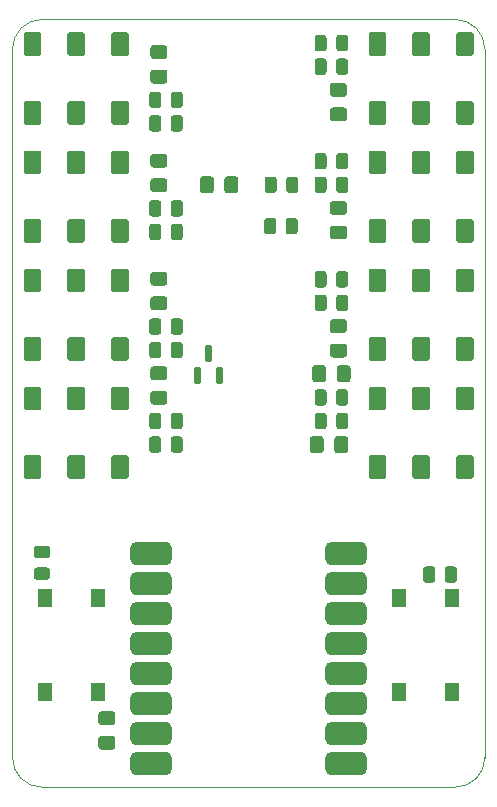
<source format=gbr>
G04 #@! TF.GenerationSoftware,KiCad,Pcbnew,6.0.10+dfsg-1~bpo11+1*
G04 #@! TF.ProjectId,project,70726f6a-6563-4742-9e6b-696361645f70,rev?*
G04 #@! TF.SameCoordinates,Original*
G04 #@! TF.FileFunction,Paste,Top*
G04 #@! TF.FilePolarity,Positive*
%FSLAX46Y46*%
G04 Gerber Fmt 4.6, Leading zero omitted, Abs format (unit mm)*
%MOMM*%
%LPD*%
G01*
G04 APERTURE LIST*
G04 #@! TA.AperFunction,Profile*
%ADD10C,0.100000*%
G04 #@! TD*
%ADD11R,1.300000X1.550000*%
G04 APERTURE END LIST*
D10*
X167262500Y-129537500D02*
X167262500Y-69537500D01*
X164762500Y-67037500D02*
X129762500Y-67037500D01*
X164762500Y-132037500D02*
G75*
G03*
X167262500Y-129537500I0J2500000D01*
G01*
X127262500Y-129537500D02*
G75*
G03*
X129762500Y-132037500I2500000J0D01*
G01*
X167262500Y-69537500D02*
G75*
G03*
X164762500Y-67037500I-2500000J0D01*
G01*
X164762500Y-132037500D02*
X129762500Y-132037500D01*
X127262500Y-69537500D02*
X127262500Y-129537500D01*
X129762500Y-67037500D02*
G75*
G03*
X127262500Y-69537500I0J-2500000D01*
G01*
G36*
G01*
X155687500Y-102562500D02*
X155687500Y-103512500D01*
G75*
G02*
X155437500Y-103762500I-250000J0D01*
G01*
X154762500Y-103762500D01*
G75*
G02*
X154512500Y-103512500I0J250000D01*
G01*
X154512500Y-102562500D01*
G75*
G02*
X154762500Y-102312500I250000J0D01*
G01*
X155437500Y-102312500D01*
G75*
G02*
X155687500Y-102562500I0J-250000D01*
G01*
G37*
G36*
G01*
X153612500Y-102562500D02*
X153612500Y-103512500D01*
G75*
G02*
X153362500Y-103762500I-250000J0D01*
G01*
X152687500Y-103762500D01*
G75*
G02*
X152437500Y-103512500I0J250000D01*
G01*
X152437500Y-102562500D01*
G75*
G02*
X152687500Y-102312500I250000J0D01*
G01*
X153362500Y-102312500D01*
G75*
G02*
X153612500Y-102562500I0J-250000D01*
G01*
G37*
G36*
G01*
X129312500Y-111612500D02*
X130212500Y-111612500D01*
G75*
G02*
X130462500Y-111862500I0J-250000D01*
G01*
X130462500Y-112387500D01*
G75*
G02*
X130212500Y-112637500I-250000J0D01*
G01*
X129312500Y-112637500D01*
G75*
G02*
X129062500Y-112387500I0J250000D01*
G01*
X129062500Y-111862500D01*
G75*
G02*
X129312500Y-111612500I250000J0D01*
G01*
G37*
G36*
G01*
X129312500Y-113437500D02*
X130212500Y-113437500D01*
G75*
G02*
X130462500Y-113687500I0J-250000D01*
G01*
X130462500Y-114212500D01*
G75*
G02*
X130212500Y-114462500I-250000J0D01*
G01*
X129312500Y-114462500D01*
G75*
G02*
X129062500Y-114212500I0J250000D01*
G01*
X129062500Y-113687500D01*
G75*
G02*
X129312500Y-113437500I250000J0D01*
G01*
G37*
G36*
G01*
X134787500Y-125612500D02*
X135737500Y-125612500D01*
G75*
G02*
X135987500Y-125862500I0J-250000D01*
G01*
X135987500Y-126537500D01*
G75*
G02*
X135737500Y-126787500I-250000J0D01*
G01*
X134787500Y-126787500D01*
G75*
G02*
X134537500Y-126537500I0J250000D01*
G01*
X134537500Y-125862500D01*
G75*
G02*
X134787500Y-125612500I250000J0D01*
G01*
G37*
G36*
G01*
X134787500Y-127687500D02*
X135737500Y-127687500D01*
G75*
G02*
X135987500Y-127937500I0J-250000D01*
G01*
X135987500Y-128612500D01*
G75*
G02*
X135737500Y-128862500I-250000J0D01*
G01*
X134787500Y-128862500D01*
G75*
G02*
X134537500Y-128612500I0J250000D01*
G01*
X134537500Y-127937500D01*
G75*
G02*
X134787500Y-127687500I250000J0D01*
G01*
G37*
G36*
G01*
X138837500Y-93487500D02*
X138837500Y-92587500D01*
G75*
G02*
X139087500Y-92337500I250000J0D01*
G01*
X139612500Y-92337500D01*
G75*
G02*
X139862500Y-92587500I0J-250000D01*
G01*
X139862500Y-93487500D01*
G75*
G02*
X139612500Y-93737500I-250000J0D01*
G01*
X139087500Y-93737500D01*
G75*
G02*
X138837500Y-93487500I0J250000D01*
G01*
G37*
G36*
G01*
X140662500Y-93487500D02*
X140662500Y-92587500D01*
G75*
G02*
X140912500Y-92337500I250000J0D01*
G01*
X141437500Y-92337500D01*
G75*
G02*
X141687500Y-92587500I0J-250000D01*
G01*
X141687500Y-93487500D01*
G75*
G02*
X141437500Y-93737500I-250000J0D01*
G01*
X140912500Y-93737500D01*
G75*
G02*
X140662500Y-93487500I0J250000D01*
G01*
G37*
G36*
G01*
X155687500Y-100587500D02*
X155687500Y-101487500D01*
G75*
G02*
X155437500Y-101737500I-250000J0D01*
G01*
X154912500Y-101737500D01*
G75*
G02*
X154662500Y-101487500I0J250000D01*
G01*
X154662500Y-100587500D01*
G75*
G02*
X154912500Y-100337500I250000J0D01*
G01*
X155437500Y-100337500D01*
G75*
G02*
X155687500Y-100587500I0J-250000D01*
G01*
G37*
G36*
G01*
X153862500Y-100587500D02*
X153862500Y-101487500D01*
G75*
G02*
X153612500Y-101737500I-250000J0D01*
G01*
X153087500Y-101737500D01*
G75*
G02*
X152837500Y-101487500I0J250000D01*
G01*
X152837500Y-100587500D01*
G75*
G02*
X153087500Y-100337500I250000J0D01*
G01*
X153612500Y-100337500D01*
G75*
G02*
X153862500Y-100587500I0J-250000D01*
G01*
G37*
G36*
G01*
X138837500Y-95487500D02*
X138837500Y-94587500D01*
G75*
G02*
X139087500Y-94337500I250000J0D01*
G01*
X139612500Y-94337500D01*
G75*
G02*
X139862500Y-94587500I0J-250000D01*
G01*
X139862500Y-95487500D01*
G75*
G02*
X139612500Y-95737500I-250000J0D01*
G01*
X139087500Y-95737500D01*
G75*
G02*
X138837500Y-95487500I0J250000D01*
G01*
G37*
G36*
G01*
X140662500Y-95487500D02*
X140662500Y-94587500D01*
G75*
G02*
X140912500Y-94337500I250000J0D01*
G01*
X141437500Y-94337500D01*
G75*
G02*
X141687500Y-94587500I0J-250000D01*
G01*
X141687500Y-95487500D01*
G75*
G02*
X141437500Y-95737500I-250000J0D01*
G01*
X140912500Y-95737500D01*
G75*
G02*
X140662500Y-95487500I0J250000D01*
G01*
G37*
G36*
G01*
X155687500Y-70587500D02*
X155687500Y-71487500D01*
G75*
G02*
X155437500Y-71737500I-250000J0D01*
G01*
X154912500Y-71737500D01*
G75*
G02*
X154662500Y-71487500I0J250000D01*
G01*
X154662500Y-70587500D01*
G75*
G02*
X154912500Y-70337500I250000J0D01*
G01*
X155437500Y-70337500D01*
G75*
G02*
X155687500Y-70587500I0J-250000D01*
G01*
G37*
G36*
G01*
X153862500Y-70587500D02*
X153862500Y-71487500D01*
G75*
G02*
X153612500Y-71737500I-250000J0D01*
G01*
X153087500Y-71737500D01*
G75*
G02*
X152837500Y-71487500I0J250000D01*
G01*
X152837500Y-70587500D01*
G75*
G02*
X153087500Y-70337500I250000J0D01*
G01*
X153612500Y-70337500D01*
G75*
G02*
X153862500Y-70587500I0J-250000D01*
G01*
G37*
G36*
G01*
X154387500Y-82412500D02*
X155337500Y-82412500D01*
G75*
G02*
X155587500Y-82662500I0J-250000D01*
G01*
X155587500Y-83337500D01*
G75*
G02*
X155337500Y-83587500I-250000J0D01*
G01*
X154387500Y-83587500D01*
G75*
G02*
X154137500Y-83337500I0J250000D01*
G01*
X154137500Y-82662500D01*
G75*
G02*
X154387500Y-82412500I250000J0D01*
G01*
G37*
G36*
G01*
X154387500Y-84487500D02*
X155337500Y-84487500D01*
G75*
G02*
X155587500Y-84737500I0J-250000D01*
G01*
X155587500Y-85412500D01*
G75*
G02*
X155337500Y-85662500I-250000J0D01*
G01*
X154387500Y-85662500D01*
G75*
G02*
X154137500Y-85412500I0J250000D01*
G01*
X154137500Y-84737500D01*
G75*
G02*
X154387500Y-84487500I250000J0D01*
G01*
G37*
G36*
G01*
X138837500Y-85487500D02*
X138837500Y-84587500D01*
G75*
G02*
X139087500Y-84337500I250000J0D01*
G01*
X139612500Y-84337500D01*
G75*
G02*
X139862500Y-84587500I0J-250000D01*
G01*
X139862500Y-85487500D01*
G75*
G02*
X139612500Y-85737500I-250000J0D01*
G01*
X139087500Y-85737500D01*
G75*
G02*
X138837500Y-85487500I0J250000D01*
G01*
G37*
G36*
G01*
X140662500Y-85487500D02*
X140662500Y-84587500D01*
G75*
G02*
X140912500Y-84337500I250000J0D01*
G01*
X141437500Y-84337500D01*
G75*
G02*
X141687500Y-84587500I0J-250000D01*
G01*
X141687500Y-85487500D01*
G75*
G02*
X141437500Y-85737500I-250000J0D01*
G01*
X140912500Y-85737500D01*
G75*
G02*
X140662500Y-85487500I0J250000D01*
G01*
G37*
G36*
G01*
X157262500Y-129537500D02*
X157262500Y-130537500D01*
G75*
G02*
X156762500Y-131037500I-500000J0D01*
G01*
X154262500Y-131037500D01*
G75*
G02*
X153762500Y-130537500I0J500000D01*
G01*
X153762500Y-129537500D01*
G75*
G02*
X154262500Y-129037500I500000J0D01*
G01*
X156762500Y-129037500D01*
G75*
G02*
X157262500Y-129537500I0J-500000D01*
G01*
G37*
G36*
G01*
X157262500Y-126997500D02*
X157262500Y-127997500D01*
G75*
G02*
X156762500Y-128497500I-500000J0D01*
G01*
X154262500Y-128497500D01*
G75*
G02*
X153762500Y-127997500I0J500000D01*
G01*
X153762500Y-126997500D01*
G75*
G02*
X154262500Y-126497500I500000J0D01*
G01*
X156762500Y-126497500D01*
G75*
G02*
X157262500Y-126997500I0J-500000D01*
G01*
G37*
G36*
G01*
X157262500Y-124457500D02*
X157262500Y-125457500D01*
G75*
G02*
X156762500Y-125957500I-500000J0D01*
G01*
X154262500Y-125957500D01*
G75*
G02*
X153762500Y-125457500I0J500000D01*
G01*
X153762500Y-124457500D01*
G75*
G02*
X154262500Y-123957500I500000J0D01*
G01*
X156762500Y-123957500D01*
G75*
G02*
X157262500Y-124457500I0J-500000D01*
G01*
G37*
G36*
G01*
X157262500Y-121917500D02*
X157262500Y-122917500D01*
G75*
G02*
X156762500Y-123417500I-500000J0D01*
G01*
X154262500Y-123417500D01*
G75*
G02*
X153762500Y-122917500I0J500000D01*
G01*
X153762500Y-121917500D01*
G75*
G02*
X154262500Y-121417500I500000J0D01*
G01*
X156762500Y-121417500D01*
G75*
G02*
X157262500Y-121917500I0J-500000D01*
G01*
G37*
G36*
G01*
X157262500Y-119377500D02*
X157262500Y-120377500D01*
G75*
G02*
X156762500Y-120877500I-500000J0D01*
G01*
X154262500Y-120877500D01*
G75*
G02*
X153762500Y-120377500I0J500000D01*
G01*
X153762500Y-119377500D01*
G75*
G02*
X154262500Y-118877500I500000J0D01*
G01*
X156762500Y-118877500D01*
G75*
G02*
X157262500Y-119377500I0J-500000D01*
G01*
G37*
G36*
G01*
X157262500Y-116837500D02*
X157262500Y-117837500D01*
G75*
G02*
X156762500Y-118337500I-500000J0D01*
G01*
X154262500Y-118337500D01*
G75*
G02*
X153762500Y-117837500I0J500000D01*
G01*
X153762500Y-116837500D01*
G75*
G02*
X154262500Y-116337500I500000J0D01*
G01*
X156762500Y-116337500D01*
G75*
G02*
X157262500Y-116837500I0J-500000D01*
G01*
G37*
G36*
G01*
X157262500Y-114297500D02*
X157262500Y-115297500D01*
G75*
G02*
X156762500Y-115797500I-500000J0D01*
G01*
X154262500Y-115797500D01*
G75*
G02*
X153762500Y-115297500I0J500000D01*
G01*
X153762500Y-114297500D01*
G75*
G02*
X154262500Y-113797500I500000J0D01*
G01*
X156762500Y-113797500D01*
G75*
G02*
X157262500Y-114297500I0J-500000D01*
G01*
G37*
G36*
G01*
X157262500Y-111757500D02*
X157262500Y-112757500D01*
G75*
G02*
X156762500Y-113257500I-500000J0D01*
G01*
X154262500Y-113257500D01*
G75*
G02*
X153762500Y-112757500I0J500000D01*
G01*
X153762500Y-111757500D01*
G75*
G02*
X154262500Y-111257500I500000J0D01*
G01*
X156762500Y-111257500D01*
G75*
G02*
X157262500Y-111757500I0J-500000D01*
G01*
G37*
G36*
G01*
X140752500Y-111757500D02*
X140752500Y-112757500D01*
G75*
G02*
X140252500Y-113257500I-500000J0D01*
G01*
X137752500Y-113257500D01*
G75*
G02*
X137252500Y-112757500I0J500000D01*
G01*
X137252500Y-111757500D01*
G75*
G02*
X137752500Y-111257500I500000J0D01*
G01*
X140252500Y-111257500D01*
G75*
G02*
X140752500Y-111757500I0J-500000D01*
G01*
G37*
G36*
G01*
X140752500Y-114297500D02*
X140752500Y-115297500D01*
G75*
G02*
X140252500Y-115797500I-500000J0D01*
G01*
X137752500Y-115797500D01*
G75*
G02*
X137252500Y-115297500I0J500000D01*
G01*
X137252500Y-114297500D01*
G75*
G02*
X137752500Y-113797500I500000J0D01*
G01*
X140252500Y-113797500D01*
G75*
G02*
X140752500Y-114297500I0J-500000D01*
G01*
G37*
G36*
G01*
X140752500Y-116837500D02*
X140752500Y-117837500D01*
G75*
G02*
X140252500Y-118337500I-500000J0D01*
G01*
X137752500Y-118337500D01*
G75*
G02*
X137252500Y-117837500I0J500000D01*
G01*
X137252500Y-116837500D01*
G75*
G02*
X137752500Y-116337500I500000J0D01*
G01*
X140252500Y-116337500D01*
G75*
G02*
X140752500Y-116837500I0J-500000D01*
G01*
G37*
G36*
G01*
X140752500Y-119377500D02*
X140752500Y-120377500D01*
G75*
G02*
X140252500Y-120877500I-500000J0D01*
G01*
X137752500Y-120877500D01*
G75*
G02*
X137252500Y-120377500I0J500000D01*
G01*
X137252500Y-119377500D01*
G75*
G02*
X137752500Y-118877500I500000J0D01*
G01*
X140252500Y-118877500D01*
G75*
G02*
X140752500Y-119377500I0J-500000D01*
G01*
G37*
G36*
G01*
X140752500Y-121917500D02*
X140752500Y-122917500D01*
G75*
G02*
X140252500Y-123417500I-500000J0D01*
G01*
X137752500Y-123417500D01*
G75*
G02*
X137252500Y-122917500I0J500000D01*
G01*
X137252500Y-121917500D01*
G75*
G02*
X137752500Y-121417500I500000J0D01*
G01*
X140252500Y-121417500D01*
G75*
G02*
X140752500Y-121917500I0J-500000D01*
G01*
G37*
G36*
G01*
X140752500Y-124457500D02*
X140752500Y-125457500D01*
G75*
G02*
X140252500Y-125957500I-500000J0D01*
G01*
X137752500Y-125957500D01*
G75*
G02*
X137252500Y-125457500I0J500000D01*
G01*
X137252500Y-124457500D01*
G75*
G02*
X137752500Y-123957500I500000J0D01*
G01*
X140252500Y-123957500D01*
G75*
G02*
X140752500Y-124457500I0J-500000D01*
G01*
G37*
G36*
G01*
X140752500Y-126997500D02*
X140752500Y-127997500D01*
G75*
G02*
X140252500Y-128497500I-500000J0D01*
G01*
X137752500Y-128497500D01*
G75*
G02*
X137252500Y-127997500I0J500000D01*
G01*
X137252500Y-126997500D01*
G75*
G02*
X137752500Y-126497500I500000J0D01*
G01*
X140252500Y-126497500D01*
G75*
G02*
X140752500Y-126997500I0J-500000D01*
G01*
G37*
G36*
G01*
X140752500Y-129537500D02*
X140752500Y-130537500D01*
G75*
G02*
X140252500Y-131037500I-500000J0D01*
G01*
X137752500Y-131037500D01*
G75*
G02*
X137252500Y-130537500I0J500000D01*
G01*
X137252500Y-129537500D01*
G75*
G02*
X137752500Y-129037500I500000J0D01*
G01*
X140252500Y-129037500D01*
G75*
G02*
X140752500Y-129537500I0J-500000D01*
G01*
G37*
G36*
G01*
X155687500Y-88587500D02*
X155687500Y-89487500D01*
G75*
G02*
X155437500Y-89737500I-250000J0D01*
G01*
X154912500Y-89737500D01*
G75*
G02*
X154662500Y-89487500I0J250000D01*
G01*
X154662500Y-88587500D01*
G75*
G02*
X154912500Y-88337500I250000J0D01*
G01*
X155437500Y-88337500D01*
G75*
G02*
X155687500Y-88587500I0J-250000D01*
G01*
G37*
G36*
G01*
X153862500Y-88587500D02*
X153862500Y-89487500D01*
G75*
G02*
X153612500Y-89737500I-250000J0D01*
G01*
X153087500Y-89737500D01*
G75*
G02*
X152837500Y-89487500I0J250000D01*
G01*
X152837500Y-88587500D01*
G75*
G02*
X153087500Y-88337500I250000J0D01*
G01*
X153612500Y-88337500D01*
G75*
G02*
X153862500Y-88587500I0J-250000D01*
G01*
G37*
G36*
G01*
X138837500Y-101487500D02*
X138837500Y-100587500D01*
G75*
G02*
X139087500Y-100337500I250000J0D01*
G01*
X139612500Y-100337500D01*
G75*
G02*
X139862500Y-100587500I0J-250000D01*
G01*
X139862500Y-101487500D01*
G75*
G02*
X139612500Y-101737500I-250000J0D01*
G01*
X139087500Y-101737500D01*
G75*
G02*
X138837500Y-101487500I0J250000D01*
G01*
G37*
G36*
G01*
X140662500Y-101487500D02*
X140662500Y-100587500D01*
G75*
G02*
X140912500Y-100337500I250000J0D01*
G01*
X141437500Y-100337500D01*
G75*
G02*
X141687500Y-100587500I0J-250000D01*
G01*
X141687500Y-101487500D01*
G75*
G02*
X141437500Y-101737500I-250000J0D01*
G01*
X140912500Y-101737500D01*
G75*
G02*
X140662500Y-101487500I0J250000D01*
G01*
G37*
G36*
G01*
X155687500Y-80587500D02*
X155687500Y-81487500D01*
G75*
G02*
X155437500Y-81737500I-250000J0D01*
G01*
X154912500Y-81737500D01*
G75*
G02*
X154662500Y-81487500I0J250000D01*
G01*
X154662500Y-80587500D01*
G75*
G02*
X154912500Y-80337500I250000J0D01*
G01*
X155437500Y-80337500D01*
G75*
G02*
X155687500Y-80587500I0J-250000D01*
G01*
G37*
G36*
G01*
X153862500Y-80587500D02*
X153862500Y-81487500D01*
G75*
G02*
X153612500Y-81737500I-250000J0D01*
G01*
X153087500Y-81737500D01*
G75*
G02*
X152837500Y-81487500I0J250000D01*
G01*
X152837500Y-80587500D01*
G75*
G02*
X153087500Y-80337500I250000J0D01*
G01*
X153612500Y-80337500D01*
G75*
G02*
X153862500Y-80587500I0J-250000D01*
G01*
G37*
G36*
G01*
X161262500Y-93937500D02*
X162462500Y-93937500D01*
G75*
G02*
X162612500Y-94087500I0J-150000D01*
G01*
X162612500Y-95787500D01*
G75*
G02*
X162462500Y-95937500I-150000J0D01*
G01*
X161262500Y-95937500D01*
G75*
G02*
X161112500Y-95787500I0J150000D01*
G01*
X161112500Y-94087500D01*
G75*
G02*
X161262500Y-93937500I150000J0D01*
G01*
G37*
G36*
G01*
X157562500Y-93937500D02*
X158762500Y-93937500D01*
G75*
G02*
X158912500Y-94087500I0J-150000D01*
G01*
X158912500Y-95787500D01*
G75*
G02*
X158762500Y-95937500I-150000J0D01*
G01*
X157562500Y-95937500D01*
G75*
G02*
X157412500Y-95787500I0J150000D01*
G01*
X157412500Y-94087500D01*
G75*
G02*
X157562500Y-93937500I150000J0D01*
G01*
G37*
G36*
G01*
X164962500Y-88137500D02*
X166162500Y-88137500D01*
G75*
G02*
X166312500Y-88287500I0J-150000D01*
G01*
X166312500Y-89987500D01*
G75*
G02*
X166162500Y-90137500I-150000J0D01*
G01*
X164962500Y-90137500D01*
G75*
G02*
X164812500Y-89987500I0J150000D01*
G01*
X164812500Y-88287500D01*
G75*
G02*
X164962500Y-88137500I150000J0D01*
G01*
G37*
G36*
G01*
X164962500Y-93937500D02*
X166162500Y-93937500D01*
G75*
G02*
X166312500Y-94087500I0J-150000D01*
G01*
X166312500Y-95787500D01*
G75*
G02*
X166162500Y-95937500I-150000J0D01*
G01*
X164962500Y-95937500D01*
G75*
G02*
X164812500Y-95787500I0J150000D01*
G01*
X164812500Y-94087500D01*
G75*
G02*
X164962500Y-93937500I150000J0D01*
G01*
G37*
G36*
G01*
X161262500Y-88137500D02*
X162462500Y-88137500D01*
G75*
G02*
X162612500Y-88287500I0J-150000D01*
G01*
X162612500Y-89987500D01*
G75*
G02*
X162462500Y-90137500I-150000J0D01*
G01*
X161262500Y-90137500D01*
G75*
G02*
X161112500Y-89987500I0J150000D01*
G01*
X161112500Y-88287500D01*
G75*
G02*
X161262500Y-88137500I150000J0D01*
G01*
G37*
G36*
G01*
X157562500Y-88137500D02*
X158762500Y-88137500D01*
G75*
G02*
X158912500Y-88287500I0J-150000D01*
G01*
X158912500Y-89987500D01*
G75*
G02*
X158762500Y-90137500I-150000J0D01*
G01*
X157562500Y-90137500D01*
G75*
G02*
X157412500Y-89987500I0J150000D01*
G01*
X157412500Y-88287500D01*
G75*
G02*
X157562500Y-88137500I150000J0D01*
G01*
G37*
G36*
G01*
X133262500Y-80137500D02*
X132062500Y-80137500D01*
G75*
G02*
X131912500Y-79987500I0J150000D01*
G01*
X131912500Y-78287500D01*
G75*
G02*
X132062500Y-78137500I150000J0D01*
G01*
X133262500Y-78137500D01*
G75*
G02*
X133412500Y-78287500I0J-150000D01*
G01*
X133412500Y-79987500D01*
G75*
G02*
X133262500Y-80137500I-150000J0D01*
G01*
G37*
G36*
G01*
X136962500Y-80137500D02*
X135762500Y-80137500D01*
G75*
G02*
X135612500Y-79987500I0J150000D01*
G01*
X135612500Y-78287500D01*
G75*
G02*
X135762500Y-78137500I150000J0D01*
G01*
X136962500Y-78137500D01*
G75*
G02*
X137112500Y-78287500I0J-150000D01*
G01*
X137112500Y-79987500D01*
G75*
G02*
X136962500Y-80137500I-150000J0D01*
G01*
G37*
G36*
G01*
X129562500Y-85937500D02*
X128362500Y-85937500D01*
G75*
G02*
X128212500Y-85787500I0J150000D01*
G01*
X128212500Y-84087500D01*
G75*
G02*
X128362500Y-83937500I150000J0D01*
G01*
X129562500Y-83937500D01*
G75*
G02*
X129712500Y-84087500I0J-150000D01*
G01*
X129712500Y-85787500D01*
G75*
G02*
X129562500Y-85937500I-150000J0D01*
G01*
G37*
G36*
G01*
X129562500Y-80137500D02*
X128362500Y-80137500D01*
G75*
G02*
X128212500Y-79987500I0J150000D01*
G01*
X128212500Y-78287500D01*
G75*
G02*
X128362500Y-78137500I150000J0D01*
G01*
X129562500Y-78137500D01*
G75*
G02*
X129712500Y-78287500I0J-150000D01*
G01*
X129712500Y-79987500D01*
G75*
G02*
X129562500Y-80137500I-150000J0D01*
G01*
G37*
G36*
G01*
X133262500Y-85937500D02*
X132062500Y-85937500D01*
G75*
G02*
X131912500Y-85787500I0J150000D01*
G01*
X131912500Y-84087500D01*
G75*
G02*
X132062500Y-83937500I150000J0D01*
G01*
X133262500Y-83937500D01*
G75*
G02*
X133412500Y-84087500I0J-150000D01*
G01*
X133412500Y-85787500D01*
G75*
G02*
X133262500Y-85937500I-150000J0D01*
G01*
G37*
G36*
G01*
X136962500Y-85937500D02*
X135762500Y-85937500D01*
G75*
G02*
X135612500Y-85787500I0J150000D01*
G01*
X135612500Y-84087500D01*
G75*
G02*
X135762500Y-83937500I150000J0D01*
G01*
X136962500Y-83937500D01*
G75*
G02*
X137112500Y-84087500I0J-150000D01*
G01*
X137112500Y-85787500D01*
G75*
G02*
X136962500Y-85937500I-150000J0D01*
G01*
G37*
G36*
G01*
X161262500Y-73937500D02*
X162462500Y-73937500D01*
G75*
G02*
X162612500Y-74087500I0J-150000D01*
G01*
X162612500Y-75787500D01*
G75*
G02*
X162462500Y-75937500I-150000J0D01*
G01*
X161262500Y-75937500D01*
G75*
G02*
X161112500Y-75787500I0J150000D01*
G01*
X161112500Y-74087500D01*
G75*
G02*
X161262500Y-73937500I150000J0D01*
G01*
G37*
G36*
G01*
X157562500Y-73937500D02*
X158762500Y-73937500D01*
G75*
G02*
X158912500Y-74087500I0J-150000D01*
G01*
X158912500Y-75787500D01*
G75*
G02*
X158762500Y-75937500I-150000J0D01*
G01*
X157562500Y-75937500D01*
G75*
G02*
X157412500Y-75787500I0J150000D01*
G01*
X157412500Y-74087500D01*
G75*
G02*
X157562500Y-73937500I150000J0D01*
G01*
G37*
G36*
G01*
X164962500Y-68137500D02*
X166162500Y-68137500D01*
G75*
G02*
X166312500Y-68287500I0J-150000D01*
G01*
X166312500Y-69987500D01*
G75*
G02*
X166162500Y-70137500I-150000J0D01*
G01*
X164962500Y-70137500D01*
G75*
G02*
X164812500Y-69987500I0J150000D01*
G01*
X164812500Y-68287500D01*
G75*
G02*
X164962500Y-68137500I150000J0D01*
G01*
G37*
G36*
G01*
X164962500Y-73937500D02*
X166162500Y-73937500D01*
G75*
G02*
X166312500Y-74087500I0J-150000D01*
G01*
X166312500Y-75787500D01*
G75*
G02*
X166162500Y-75937500I-150000J0D01*
G01*
X164962500Y-75937500D01*
G75*
G02*
X164812500Y-75787500I0J150000D01*
G01*
X164812500Y-74087500D01*
G75*
G02*
X164962500Y-73937500I150000J0D01*
G01*
G37*
G36*
G01*
X161262500Y-68137500D02*
X162462500Y-68137500D01*
G75*
G02*
X162612500Y-68287500I0J-150000D01*
G01*
X162612500Y-69987500D01*
G75*
G02*
X162462500Y-70137500I-150000J0D01*
G01*
X161262500Y-70137500D01*
G75*
G02*
X161112500Y-69987500I0J150000D01*
G01*
X161112500Y-68287500D01*
G75*
G02*
X161262500Y-68137500I150000J0D01*
G01*
G37*
G36*
G01*
X157562500Y-68137500D02*
X158762500Y-68137500D01*
G75*
G02*
X158912500Y-68287500I0J-150000D01*
G01*
X158912500Y-69987500D01*
G75*
G02*
X158762500Y-70137500I-150000J0D01*
G01*
X157562500Y-70137500D01*
G75*
G02*
X157412500Y-69987500I0J150000D01*
G01*
X157412500Y-68287500D01*
G75*
G02*
X157562500Y-68137500I150000J0D01*
G01*
G37*
G36*
G01*
X162037500Y-114487500D02*
X162037500Y-113587500D01*
G75*
G02*
X162287500Y-113337500I250000J0D01*
G01*
X162812500Y-113337500D01*
G75*
G02*
X163062500Y-113587500I0J-250000D01*
G01*
X163062500Y-114487500D01*
G75*
G02*
X162812500Y-114737500I-250000J0D01*
G01*
X162287500Y-114737500D01*
G75*
G02*
X162037500Y-114487500I0J250000D01*
G01*
G37*
G36*
G01*
X163862500Y-114487500D02*
X163862500Y-113587500D01*
G75*
G02*
X164112500Y-113337500I250000J0D01*
G01*
X164637500Y-113337500D01*
G75*
G02*
X164887500Y-113587500I0J-250000D01*
G01*
X164887500Y-114487500D01*
G75*
G02*
X164637500Y-114737500I-250000J0D01*
G01*
X164112500Y-114737500D01*
G75*
G02*
X163862500Y-114487500I0J250000D01*
G01*
G37*
G36*
G01*
X155687500Y-78587500D02*
X155687500Y-79487500D01*
G75*
G02*
X155437500Y-79737500I-250000J0D01*
G01*
X154912500Y-79737500D01*
G75*
G02*
X154662500Y-79487500I0J250000D01*
G01*
X154662500Y-78587500D01*
G75*
G02*
X154912500Y-78337500I250000J0D01*
G01*
X155437500Y-78337500D01*
G75*
G02*
X155687500Y-78587500I0J-250000D01*
G01*
G37*
G36*
G01*
X153862500Y-78587500D02*
X153862500Y-79487500D01*
G75*
G02*
X153612500Y-79737500I-250000J0D01*
G01*
X153087500Y-79737500D01*
G75*
G02*
X152837500Y-79487500I0J250000D01*
G01*
X152837500Y-78587500D01*
G75*
G02*
X153087500Y-78337500I250000J0D01*
G01*
X153612500Y-78337500D01*
G75*
G02*
X153862500Y-78587500I0J-250000D01*
G01*
G37*
G36*
G01*
X140137500Y-91662500D02*
X139187500Y-91662500D01*
G75*
G02*
X138937500Y-91412500I0J250000D01*
G01*
X138937500Y-90737500D01*
G75*
G02*
X139187500Y-90487500I250000J0D01*
G01*
X140137500Y-90487500D01*
G75*
G02*
X140387500Y-90737500I0J-250000D01*
G01*
X140387500Y-91412500D01*
G75*
G02*
X140137500Y-91662500I-250000J0D01*
G01*
G37*
G36*
G01*
X140137500Y-89587500D02*
X139187500Y-89587500D01*
G75*
G02*
X138937500Y-89337500I0J250000D01*
G01*
X138937500Y-88662500D01*
G75*
G02*
X139187500Y-88412500I250000J0D01*
G01*
X140137500Y-88412500D01*
G75*
G02*
X140387500Y-88662500I0J-250000D01*
G01*
X140387500Y-89337500D01*
G75*
G02*
X140137500Y-89587500I-250000J0D01*
G01*
G37*
G36*
G01*
X140137500Y-81662500D02*
X139187500Y-81662500D01*
G75*
G02*
X138937500Y-81412500I0J250000D01*
G01*
X138937500Y-80737500D01*
G75*
G02*
X139187500Y-80487500I250000J0D01*
G01*
X140137500Y-80487500D01*
G75*
G02*
X140387500Y-80737500I0J-250000D01*
G01*
X140387500Y-81412500D01*
G75*
G02*
X140137500Y-81662500I-250000J0D01*
G01*
G37*
G36*
G01*
X140137500Y-79587500D02*
X139187500Y-79587500D01*
G75*
G02*
X138937500Y-79337500I0J250000D01*
G01*
X138937500Y-78662500D01*
G75*
G02*
X139187500Y-78412500I250000J0D01*
G01*
X140137500Y-78412500D01*
G75*
G02*
X140387500Y-78662500I0J-250000D01*
G01*
X140387500Y-79337500D01*
G75*
G02*
X140137500Y-79587500I-250000J0D01*
G01*
G37*
D11*
X130012500Y-116057500D03*
X130012500Y-124017500D03*
X134512500Y-124017500D03*
X134512500Y-116057500D03*
G36*
G01*
X154387500Y-92412500D02*
X155337500Y-92412500D01*
G75*
G02*
X155587500Y-92662500I0J-250000D01*
G01*
X155587500Y-93337500D01*
G75*
G02*
X155337500Y-93587500I-250000J0D01*
G01*
X154387500Y-93587500D01*
G75*
G02*
X154137500Y-93337500I0J250000D01*
G01*
X154137500Y-92662500D01*
G75*
G02*
X154387500Y-92412500I250000J0D01*
G01*
G37*
G36*
G01*
X154387500Y-94487500D02*
X155337500Y-94487500D01*
G75*
G02*
X155587500Y-94737500I0J-250000D01*
G01*
X155587500Y-95412500D01*
G75*
G02*
X155337500Y-95662500I-250000J0D01*
G01*
X154387500Y-95662500D01*
G75*
G02*
X154137500Y-95412500I0J250000D01*
G01*
X154137500Y-94737500D01*
G75*
G02*
X154387500Y-94487500I250000J0D01*
G01*
G37*
X164512500Y-116057500D03*
X164512500Y-124017500D03*
X160012500Y-124017500D03*
X160012500Y-116057500D03*
G36*
G01*
X140137500Y-72462500D02*
X139187500Y-72462500D01*
G75*
G02*
X138937500Y-72212500I0J250000D01*
G01*
X138937500Y-71537500D01*
G75*
G02*
X139187500Y-71287500I250000J0D01*
G01*
X140137500Y-71287500D01*
G75*
G02*
X140387500Y-71537500I0J-250000D01*
G01*
X140387500Y-72212500D01*
G75*
G02*
X140137500Y-72462500I-250000J0D01*
G01*
G37*
G36*
G01*
X140137500Y-70387500D02*
X139187500Y-70387500D01*
G75*
G02*
X138937500Y-70137500I0J250000D01*
G01*
X138937500Y-69462500D01*
G75*
G02*
X139187500Y-69212500I250000J0D01*
G01*
X140137500Y-69212500D01*
G75*
G02*
X140387500Y-69462500I0J-250000D01*
G01*
X140387500Y-70137500D01*
G75*
G02*
X140137500Y-70387500I-250000J0D01*
G01*
G37*
G36*
G01*
X161262500Y-103937500D02*
X162462500Y-103937500D01*
G75*
G02*
X162612500Y-104087500I0J-150000D01*
G01*
X162612500Y-105787500D01*
G75*
G02*
X162462500Y-105937500I-150000J0D01*
G01*
X161262500Y-105937500D01*
G75*
G02*
X161112500Y-105787500I0J150000D01*
G01*
X161112500Y-104087500D01*
G75*
G02*
X161262500Y-103937500I150000J0D01*
G01*
G37*
G36*
G01*
X157562500Y-103937500D02*
X158762500Y-103937500D01*
G75*
G02*
X158912500Y-104087500I0J-150000D01*
G01*
X158912500Y-105787500D01*
G75*
G02*
X158762500Y-105937500I-150000J0D01*
G01*
X157562500Y-105937500D01*
G75*
G02*
X157412500Y-105787500I0J150000D01*
G01*
X157412500Y-104087500D01*
G75*
G02*
X157562500Y-103937500I150000J0D01*
G01*
G37*
G36*
G01*
X164962500Y-98137500D02*
X166162500Y-98137500D01*
G75*
G02*
X166312500Y-98287500I0J-150000D01*
G01*
X166312500Y-99987500D01*
G75*
G02*
X166162500Y-100137500I-150000J0D01*
G01*
X164962500Y-100137500D01*
G75*
G02*
X164812500Y-99987500I0J150000D01*
G01*
X164812500Y-98287500D01*
G75*
G02*
X164962500Y-98137500I150000J0D01*
G01*
G37*
G36*
G01*
X164962500Y-103937500D02*
X166162500Y-103937500D01*
G75*
G02*
X166312500Y-104087500I0J-150000D01*
G01*
X166312500Y-105787500D01*
G75*
G02*
X166162500Y-105937500I-150000J0D01*
G01*
X164962500Y-105937500D01*
G75*
G02*
X164812500Y-105787500I0J150000D01*
G01*
X164812500Y-104087500D01*
G75*
G02*
X164962500Y-103937500I150000J0D01*
G01*
G37*
G36*
G01*
X161262500Y-98137500D02*
X162462500Y-98137500D01*
G75*
G02*
X162612500Y-98287500I0J-150000D01*
G01*
X162612500Y-99987500D01*
G75*
G02*
X162462500Y-100137500I-150000J0D01*
G01*
X161262500Y-100137500D01*
G75*
G02*
X161112500Y-99987500I0J150000D01*
G01*
X161112500Y-98287500D01*
G75*
G02*
X161262500Y-98137500I150000J0D01*
G01*
G37*
G36*
G01*
X157562500Y-98137500D02*
X158762500Y-98137500D01*
G75*
G02*
X158912500Y-98287500I0J-150000D01*
G01*
X158912500Y-99987500D01*
G75*
G02*
X158762500Y-100137500I-150000J0D01*
G01*
X157562500Y-100137500D01*
G75*
G02*
X157412500Y-99987500I0J150000D01*
G01*
X157412500Y-98287500D01*
G75*
G02*
X157562500Y-98137500I150000J0D01*
G01*
G37*
G36*
G01*
X143062500Y-97912500D02*
X142762500Y-97912500D01*
G75*
G02*
X142612500Y-97762500I0J150000D01*
G01*
X142612500Y-96587500D01*
G75*
G02*
X142762500Y-96437500I150000J0D01*
G01*
X143062500Y-96437500D01*
G75*
G02*
X143212500Y-96587500I0J-150000D01*
G01*
X143212500Y-97762500D01*
G75*
G02*
X143062500Y-97912500I-150000J0D01*
G01*
G37*
G36*
G01*
X144962500Y-97912500D02*
X144662500Y-97912500D01*
G75*
G02*
X144512500Y-97762500I0J150000D01*
G01*
X144512500Y-96587500D01*
G75*
G02*
X144662500Y-96437500I150000J0D01*
G01*
X144962500Y-96437500D01*
G75*
G02*
X145112500Y-96587500I0J-150000D01*
G01*
X145112500Y-97762500D01*
G75*
G02*
X144962500Y-97912500I-150000J0D01*
G01*
G37*
G36*
G01*
X144012500Y-96037500D02*
X143712500Y-96037500D01*
G75*
G02*
X143562500Y-95887500I0J150000D01*
G01*
X143562500Y-94712500D01*
G75*
G02*
X143712500Y-94562500I150000J0D01*
G01*
X144012500Y-94562500D01*
G75*
G02*
X144162500Y-94712500I0J-150000D01*
G01*
X144162500Y-95887500D01*
G75*
G02*
X144012500Y-96037500I-150000J0D01*
G01*
G37*
G36*
G01*
X151460436Y-80587500D02*
X151460436Y-81487500D01*
G75*
G02*
X151210436Y-81737500I-250000J0D01*
G01*
X150685436Y-81737500D01*
G75*
G02*
X150435436Y-81487500I0J250000D01*
G01*
X150435436Y-80587500D01*
G75*
G02*
X150685436Y-80337500I250000J0D01*
G01*
X151210436Y-80337500D01*
G75*
G02*
X151460436Y-80587500I0J-250000D01*
G01*
G37*
G36*
G01*
X149635436Y-80587500D02*
X149635436Y-81487500D01*
G75*
G02*
X149385436Y-81737500I-250000J0D01*
G01*
X148860436Y-81737500D01*
G75*
G02*
X148610436Y-81487500I0J250000D01*
G01*
X148610436Y-80587500D01*
G75*
G02*
X148860436Y-80337500I250000J0D01*
G01*
X149385436Y-80337500D01*
G75*
G02*
X149635436Y-80587500I0J-250000D01*
G01*
G37*
G36*
G01*
X155687500Y-98587500D02*
X155687500Y-99487500D01*
G75*
G02*
X155437500Y-99737500I-250000J0D01*
G01*
X154912500Y-99737500D01*
G75*
G02*
X154662500Y-99487500I0J250000D01*
G01*
X154662500Y-98587500D01*
G75*
G02*
X154912500Y-98337500I250000J0D01*
G01*
X155437500Y-98337500D01*
G75*
G02*
X155687500Y-98587500I0J-250000D01*
G01*
G37*
G36*
G01*
X153862500Y-98587500D02*
X153862500Y-99487500D01*
G75*
G02*
X153612500Y-99737500I-250000J0D01*
G01*
X153087500Y-99737500D01*
G75*
G02*
X152837500Y-99487500I0J250000D01*
G01*
X152837500Y-98587500D01*
G75*
G02*
X153087500Y-98337500I250000J0D01*
G01*
X153612500Y-98337500D01*
G75*
G02*
X153862500Y-98587500I0J-250000D01*
G01*
G37*
G36*
G01*
X133262500Y-100137500D02*
X132062500Y-100137500D01*
G75*
G02*
X131912500Y-99987500I0J150000D01*
G01*
X131912500Y-98287500D01*
G75*
G02*
X132062500Y-98137500I150000J0D01*
G01*
X133262500Y-98137500D01*
G75*
G02*
X133412500Y-98287500I0J-150000D01*
G01*
X133412500Y-99987500D01*
G75*
G02*
X133262500Y-100137500I-150000J0D01*
G01*
G37*
G36*
G01*
X136962500Y-100137500D02*
X135762500Y-100137500D01*
G75*
G02*
X135612500Y-99987500I0J150000D01*
G01*
X135612500Y-98287500D01*
G75*
G02*
X135762500Y-98137500I150000J0D01*
G01*
X136962500Y-98137500D01*
G75*
G02*
X137112500Y-98287500I0J-150000D01*
G01*
X137112500Y-99987500D01*
G75*
G02*
X136962500Y-100137500I-150000J0D01*
G01*
G37*
G36*
G01*
X129562500Y-105937500D02*
X128362500Y-105937500D01*
G75*
G02*
X128212500Y-105787500I0J150000D01*
G01*
X128212500Y-104087500D01*
G75*
G02*
X128362500Y-103937500I150000J0D01*
G01*
X129562500Y-103937500D01*
G75*
G02*
X129712500Y-104087500I0J-150000D01*
G01*
X129712500Y-105787500D01*
G75*
G02*
X129562500Y-105937500I-150000J0D01*
G01*
G37*
G36*
G01*
X129562500Y-100137500D02*
X128362500Y-100137500D01*
G75*
G02*
X128212500Y-99987500I0J150000D01*
G01*
X128212500Y-98287500D01*
G75*
G02*
X128362500Y-98137500I150000J0D01*
G01*
X129562500Y-98137500D01*
G75*
G02*
X129712500Y-98287500I0J-150000D01*
G01*
X129712500Y-99987500D01*
G75*
G02*
X129562500Y-100137500I-150000J0D01*
G01*
G37*
G36*
G01*
X133262500Y-105937500D02*
X132062500Y-105937500D01*
G75*
G02*
X131912500Y-105787500I0J150000D01*
G01*
X131912500Y-104087500D01*
G75*
G02*
X132062500Y-103937500I150000J0D01*
G01*
X133262500Y-103937500D01*
G75*
G02*
X133412500Y-104087500I0J-150000D01*
G01*
X133412500Y-105787500D01*
G75*
G02*
X133262500Y-105937500I-150000J0D01*
G01*
G37*
G36*
G01*
X136962500Y-105937500D02*
X135762500Y-105937500D01*
G75*
G02*
X135612500Y-105787500I0J150000D01*
G01*
X135612500Y-104087500D01*
G75*
G02*
X135762500Y-103937500I150000J0D01*
G01*
X136962500Y-103937500D01*
G75*
G02*
X137112500Y-104087500I0J-150000D01*
G01*
X137112500Y-105787500D01*
G75*
G02*
X136962500Y-105937500I-150000J0D01*
G01*
G37*
G36*
G01*
X161262500Y-83937500D02*
X162462500Y-83937500D01*
G75*
G02*
X162612500Y-84087500I0J-150000D01*
G01*
X162612500Y-85787500D01*
G75*
G02*
X162462500Y-85937500I-150000J0D01*
G01*
X161262500Y-85937500D01*
G75*
G02*
X161112500Y-85787500I0J150000D01*
G01*
X161112500Y-84087500D01*
G75*
G02*
X161262500Y-83937500I150000J0D01*
G01*
G37*
G36*
G01*
X157562500Y-83937500D02*
X158762500Y-83937500D01*
G75*
G02*
X158912500Y-84087500I0J-150000D01*
G01*
X158912500Y-85787500D01*
G75*
G02*
X158762500Y-85937500I-150000J0D01*
G01*
X157562500Y-85937500D01*
G75*
G02*
X157412500Y-85787500I0J150000D01*
G01*
X157412500Y-84087500D01*
G75*
G02*
X157562500Y-83937500I150000J0D01*
G01*
G37*
G36*
G01*
X164962500Y-78137500D02*
X166162500Y-78137500D01*
G75*
G02*
X166312500Y-78287500I0J-150000D01*
G01*
X166312500Y-79987500D01*
G75*
G02*
X166162500Y-80137500I-150000J0D01*
G01*
X164962500Y-80137500D01*
G75*
G02*
X164812500Y-79987500I0J150000D01*
G01*
X164812500Y-78287500D01*
G75*
G02*
X164962500Y-78137500I150000J0D01*
G01*
G37*
G36*
G01*
X164962500Y-83937500D02*
X166162500Y-83937500D01*
G75*
G02*
X166312500Y-84087500I0J-150000D01*
G01*
X166312500Y-85787500D01*
G75*
G02*
X166162500Y-85937500I-150000J0D01*
G01*
X164962500Y-85937500D01*
G75*
G02*
X164812500Y-85787500I0J150000D01*
G01*
X164812500Y-84087500D01*
G75*
G02*
X164962500Y-83937500I150000J0D01*
G01*
G37*
G36*
G01*
X161262500Y-78137500D02*
X162462500Y-78137500D01*
G75*
G02*
X162612500Y-78287500I0J-150000D01*
G01*
X162612500Y-79987500D01*
G75*
G02*
X162462500Y-80137500I-150000J0D01*
G01*
X161262500Y-80137500D01*
G75*
G02*
X161112500Y-79987500I0J150000D01*
G01*
X161112500Y-78287500D01*
G75*
G02*
X161262500Y-78137500I150000J0D01*
G01*
G37*
G36*
G01*
X157562500Y-78137500D02*
X158762500Y-78137500D01*
G75*
G02*
X158912500Y-78287500I0J-150000D01*
G01*
X158912500Y-79987500D01*
G75*
G02*
X158762500Y-80137500I-150000J0D01*
G01*
X157562500Y-80137500D01*
G75*
G02*
X157412500Y-79987500I0J150000D01*
G01*
X157412500Y-78287500D01*
G75*
G02*
X157562500Y-78137500I150000J0D01*
G01*
G37*
G36*
G01*
X155687500Y-90587500D02*
X155687500Y-91487500D01*
G75*
G02*
X155437500Y-91737500I-250000J0D01*
G01*
X154912500Y-91737500D01*
G75*
G02*
X154662500Y-91487500I0J250000D01*
G01*
X154662500Y-90587500D01*
G75*
G02*
X154912500Y-90337500I250000J0D01*
G01*
X155437500Y-90337500D01*
G75*
G02*
X155687500Y-90587500I0J-250000D01*
G01*
G37*
G36*
G01*
X153862500Y-90587500D02*
X153862500Y-91487500D01*
G75*
G02*
X153612500Y-91737500I-250000J0D01*
G01*
X153087500Y-91737500D01*
G75*
G02*
X152837500Y-91487500I0J250000D01*
G01*
X152837500Y-90587500D01*
G75*
G02*
X153087500Y-90337500I250000J0D01*
G01*
X153612500Y-90337500D01*
G75*
G02*
X153862500Y-90587500I0J-250000D01*
G01*
G37*
G36*
G01*
X138837500Y-76287500D02*
X138837500Y-75387500D01*
G75*
G02*
X139087500Y-75137500I250000J0D01*
G01*
X139612500Y-75137500D01*
G75*
G02*
X139862500Y-75387500I0J-250000D01*
G01*
X139862500Y-76287500D01*
G75*
G02*
X139612500Y-76537500I-250000J0D01*
G01*
X139087500Y-76537500D01*
G75*
G02*
X138837500Y-76287500I0J250000D01*
G01*
G37*
G36*
G01*
X140662500Y-76287500D02*
X140662500Y-75387500D01*
G75*
G02*
X140912500Y-75137500I250000J0D01*
G01*
X141437500Y-75137500D01*
G75*
G02*
X141687500Y-75387500I0J-250000D01*
G01*
X141687500Y-76287500D01*
G75*
G02*
X141437500Y-76537500I-250000J0D01*
G01*
X140912500Y-76537500D01*
G75*
G02*
X140662500Y-76287500I0J250000D01*
G01*
G37*
G36*
G01*
X133262500Y-90137500D02*
X132062500Y-90137500D01*
G75*
G02*
X131912500Y-89987500I0J150000D01*
G01*
X131912500Y-88287500D01*
G75*
G02*
X132062500Y-88137500I150000J0D01*
G01*
X133262500Y-88137500D01*
G75*
G02*
X133412500Y-88287500I0J-150000D01*
G01*
X133412500Y-89987500D01*
G75*
G02*
X133262500Y-90137500I-150000J0D01*
G01*
G37*
G36*
G01*
X136962500Y-90137500D02*
X135762500Y-90137500D01*
G75*
G02*
X135612500Y-89987500I0J150000D01*
G01*
X135612500Y-88287500D01*
G75*
G02*
X135762500Y-88137500I150000J0D01*
G01*
X136962500Y-88137500D01*
G75*
G02*
X137112500Y-88287500I0J-150000D01*
G01*
X137112500Y-89987500D01*
G75*
G02*
X136962500Y-90137500I-150000J0D01*
G01*
G37*
G36*
G01*
X129562500Y-95937500D02*
X128362500Y-95937500D01*
G75*
G02*
X128212500Y-95787500I0J150000D01*
G01*
X128212500Y-94087500D01*
G75*
G02*
X128362500Y-93937500I150000J0D01*
G01*
X129562500Y-93937500D01*
G75*
G02*
X129712500Y-94087500I0J-150000D01*
G01*
X129712500Y-95787500D01*
G75*
G02*
X129562500Y-95937500I-150000J0D01*
G01*
G37*
G36*
G01*
X129562500Y-90137500D02*
X128362500Y-90137500D01*
G75*
G02*
X128212500Y-89987500I0J150000D01*
G01*
X128212500Y-88287500D01*
G75*
G02*
X128362500Y-88137500I150000J0D01*
G01*
X129562500Y-88137500D01*
G75*
G02*
X129712500Y-88287500I0J-150000D01*
G01*
X129712500Y-89987500D01*
G75*
G02*
X129562500Y-90137500I-150000J0D01*
G01*
G37*
G36*
G01*
X133262500Y-95937500D02*
X132062500Y-95937500D01*
G75*
G02*
X131912500Y-95787500I0J150000D01*
G01*
X131912500Y-94087500D01*
G75*
G02*
X132062500Y-93937500I150000J0D01*
G01*
X133262500Y-93937500D01*
G75*
G02*
X133412500Y-94087500I0J-150000D01*
G01*
X133412500Y-95787500D01*
G75*
G02*
X133262500Y-95937500I-150000J0D01*
G01*
G37*
G36*
G01*
X136962500Y-95937500D02*
X135762500Y-95937500D01*
G75*
G02*
X135612500Y-95787500I0J150000D01*
G01*
X135612500Y-94087500D01*
G75*
G02*
X135762500Y-93937500I150000J0D01*
G01*
X136962500Y-93937500D01*
G75*
G02*
X137112500Y-94087500I0J-150000D01*
G01*
X137112500Y-95787500D01*
G75*
G02*
X136962500Y-95937500I-150000J0D01*
G01*
G37*
G36*
G01*
X154387500Y-72412500D02*
X155337500Y-72412500D01*
G75*
G02*
X155587500Y-72662500I0J-250000D01*
G01*
X155587500Y-73337500D01*
G75*
G02*
X155337500Y-73587500I-250000J0D01*
G01*
X154387500Y-73587500D01*
G75*
G02*
X154137500Y-73337500I0J250000D01*
G01*
X154137500Y-72662500D01*
G75*
G02*
X154387500Y-72412500I250000J0D01*
G01*
G37*
G36*
G01*
X154387500Y-74487500D02*
X155337500Y-74487500D01*
G75*
G02*
X155587500Y-74737500I0J-250000D01*
G01*
X155587500Y-75412500D01*
G75*
G02*
X155337500Y-75662500I-250000J0D01*
G01*
X154387500Y-75662500D01*
G75*
G02*
X154137500Y-75412500I0J250000D01*
G01*
X154137500Y-74737500D01*
G75*
G02*
X154387500Y-74487500I250000J0D01*
G01*
G37*
G36*
G01*
X133262500Y-70137500D02*
X132062500Y-70137500D01*
G75*
G02*
X131912500Y-69987500I0J150000D01*
G01*
X131912500Y-68287500D01*
G75*
G02*
X132062500Y-68137500I150000J0D01*
G01*
X133262500Y-68137500D01*
G75*
G02*
X133412500Y-68287500I0J-150000D01*
G01*
X133412500Y-69987500D01*
G75*
G02*
X133262500Y-70137500I-150000J0D01*
G01*
G37*
G36*
G01*
X136962500Y-70137500D02*
X135762500Y-70137500D01*
G75*
G02*
X135612500Y-69987500I0J150000D01*
G01*
X135612500Y-68287500D01*
G75*
G02*
X135762500Y-68137500I150000J0D01*
G01*
X136962500Y-68137500D01*
G75*
G02*
X137112500Y-68287500I0J-150000D01*
G01*
X137112500Y-69987500D01*
G75*
G02*
X136962500Y-70137500I-150000J0D01*
G01*
G37*
G36*
G01*
X129562500Y-75937500D02*
X128362500Y-75937500D01*
G75*
G02*
X128212500Y-75787500I0J150000D01*
G01*
X128212500Y-74087500D01*
G75*
G02*
X128362500Y-73937500I150000J0D01*
G01*
X129562500Y-73937500D01*
G75*
G02*
X129712500Y-74087500I0J-150000D01*
G01*
X129712500Y-75787500D01*
G75*
G02*
X129562500Y-75937500I-150000J0D01*
G01*
G37*
G36*
G01*
X129562500Y-70137500D02*
X128362500Y-70137500D01*
G75*
G02*
X128212500Y-69987500I0J150000D01*
G01*
X128212500Y-68287500D01*
G75*
G02*
X128362500Y-68137500I150000J0D01*
G01*
X129562500Y-68137500D01*
G75*
G02*
X129712500Y-68287500I0J-150000D01*
G01*
X129712500Y-69987500D01*
G75*
G02*
X129562500Y-70137500I-150000J0D01*
G01*
G37*
G36*
G01*
X133262500Y-75937500D02*
X132062500Y-75937500D01*
G75*
G02*
X131912500Y-75787500I0J150000D01*
G01*
X131912500Y-74087500D01*
G75*
G02*
X132062500Y-73937500I150000J0D01*
G01*
X133262500Y-73937500D01*
G75*
G02*
X133412500Y-74087500I0J-150000D01*
G01*
X133412500Y-75787500D01*
G75*
G02*
X133262500Y-75937500I-150000J0D01*
G01*
G37*
G36*
G01*
X136962500Y-75937500D02*
X135762500Y-75937500D01*
G75*
G02*
X135612500Y-75787500I0J150000D01*
G01*
X135612500Y-74087500D01*
G75*
G02*
X135762500Y-73937500I150000J0D01*
G01*
X136962500Y-73937500D01*
G75*
G02*
X137112500Y-74087500I0J-150000D01*
G01*
X137112500Y-75787500D01*
G75*
G02*
X136962500Y-75937500I-150000J0D01*
G01*
G37*
G36*
G01*
X151414564Y-84087500D02*
X151414564Y-84987500D01*
G75*
G02*
X151164564Y-85237500I-250000J0D01*
G01*
X150639564Y-85237500D01*
G75*
G02*
X150389564Y-84987500I0J250000D01*
G01*
X150389564Y-84087500D01*
G75*
G02*
X150639564Y-83837500I250000J0D01*
G01*
X151164564Y-83837500D01*
G75*
G02*
X151414564Y-84087500I0J-250000D01*
G01*
G37*
G36*
G01*
X149589564Y-84087500D02*
X149589564Y-84987500D01*
G75*
G02*
X149339564Y-85237500I-250000J0D01*
G01*
X148814564Y-85237500D01*
G75*
G02*
X148564564Y-84987500I0J250000D01*
G01*
X148564564Y-84087500D01*
G75*
G02*
X148814564Y-83837500I250000J0D01*
G01*
X149339564Y-83837500D01*
G75*
G02*
X149589564Y-84087500I0J-250000D01*
G01*
G37*
G36*
G01*
X143137500Y-81512500D02*
X143137500Y-80562500D01*
G75*
G02*
X143387500Y-80312500I250000J0D01*
G01*
X144062500Y-80312500D01*
G75*
G02*
X144312500Y-80562500I0J-250000D01*
G01*
X144312500Y-81512500D01*
G75*
G02*
X144062500Y-81762500I-250000J0D01*
G01*
X143387500Y-81762500D01*
G75*
G02*
X143137500Y-81512500I0J250000D01*
G01*
G37*
G36*
G01*
X145212500Y-81512500D02*
X145212500Y-80562500D01*
G75*
G02*
X145462500Y-80312500I250000J0D01*
G01*
X146137500Y-80312500D01*
G75*
G02*
X146387500Y-80562500I0J-250000D01*
G01*
X146387500Y-81512500D01*
G75*
G02*
X146137500Y-81762500I-250000J0D01*
G01*
X145462500Y-81762500D01*
G75*
G02*
X145212500Y-81512500I0J250000D01*
G01*
G37*
G36*
G01*
X140137500Y-99662500D02*
X139187500Y-99662500D01*
G75*
G02*
X138937500Y-99412500I0J250000D01*
G01*
X138937500Y-98737500D01*
G75*
G02*
X139187500Y-98487500I250000J0D01*
G01*
X140137500Y-98487500D01*
G75*
G02*
X140387500Y-98737500I0J-250000D01*
G01*
X140387500Y-99412500D01*
G75*
G02*
X140137500Y-99662500I-250000J0D01*
G01*
G37*
G36*
G01*
X140137500Y-97587500D02*
X139187500Y-97587500D01*
G75*
G02*
X138937500Y-97337500I0J250000D01*
G01*
X138937500Y-96662500D01*
G75*
G02*
X139187500Y-96412500I250000J0D01*
G01*
X140137500Y-96412500D01*
G75*
G02*
X140387500Y-96662500I0J-250000D01*
G01*
X140387500Y-97337500D01*
G75*
G02*
X140137500Y-97587500I-250000J0D01*
G01*
G37*
G36*
G01*
X152637500Y-97512500D02*
X152637500Y-96562500D01*
G75*
G02*
X152887500Y-96312500I250000J0D01*
G01*
X153562500Y-96312500D01*
G75*
G02*
X153812500Y-96562500I0J-250000D01*
G01*
X153812500Y-97512500D01*
G75*
G02*
X153562500Y-97762500I-250000J0D01*
G01*
X152887500Y-97762500D01*
G75*
G02*
X152637500Y-97512500I0J250000D01*
G01*
G37*
G36*
G01*
X154712500Y-97512500D02*
X154712500Y-96562500D01*
G75*
G02*
X154962500Y-96312500I250000J0D01*
G01*
X155637500Y-96312500D01*
G75*
G02*
X155887500Y-96562500I0J-250000D01*
G01*
X155887500Y-97512500D01*
G75*
G02*
X155637500Y-97762500I-250000J0D01*
G01*
X154962500Y-97762500D01*
G75*
G02*
X154712500Y-97512500I0J250000D01*
G01*
G37*
G36*
G01*
X138837500Y-83487500D02*
X138837500Y-82587500D01*
G75*
G02*
X139087500Y-82337500I250000J0D01*
G01*
X139612500Y-82337500D01*
G75*
G02*
X139862500Y-82587500I0J-250000D01*
G01*
X139862500Y-83487500D01*
G75*
G02*
X139612500Y-83737500I-250000J0D01*
G01*
X139087500Y-83737500D01*
G75*
G02*
X138837500Y-83487500I0J250000D01*
G01*
G37*
G36*
G01*
X140662500Y-83487500D02*
X140662500Y-82587500D01*
G75*
G02*
X140912500Y-82337500I250000J0D01*
G01*
X141437500Y-82337500D01*
G75*
G02*
X141687500Y-82587500I0J-250000D01*
G01*
X141687500Y-83487500D01*
G75*
G02*
X141437500Y-83737500I-250000J0D01*
G01*
X140912500Y-83737500D01*
G75*
G02*
X140662500Y-83487500I0J250000D01*
G01*
G37*
G36*
G01*
X155687500Y-68587500D02*
X155687500Y-69487500D01*
G75*
G02*
X155437500Y-69737500I-250000J0D01*
G01*
X154912500Y-69737500D01*
G75*
G02*
X154662500Y-69487500I0J250000D01*
G01*
X154662500Y-68587500D01*
G75*
G02*
X154912500Y-68337500I250000J0D01*
G01*
X155437500Y-68337500D01*
G75*
G02*
X155687500Y-68587500I0J-250000D01*
G01*
G37*
G36*
G01*
X153862500Y-68587500D02*
X153862500Y-69487500D01*
G75*
G02*
X153612500Y-69737500I-250000J0D01*
G01*
X153087500Y-69737500D01*
G75*
G02*
X152837500Y-69487500I0J250000D01*
G01*
X152837500Y-68587500D01*
G75*
G02*
X153087500Y-68337500I250000J0D01*
G01*
X153612500Y-68337500D01*
G75*
G02*
X153862500Y-68587500I0J-250000D01*
G01*
G37*
G36*
G01*
X138837500Y-74287500D02*
X138837500Y-73387500D01*
G75*
G02*
X139087500Y-73137500I250000J0D01*
G01*
X139612500Y-73137500D01*
G75*
G02*
X139862500Y-73387500I0J-250000D01*
G01*
X139862500Y-74287500D01*
G75*
G02*
X139612500Y-74537500I-250000J0D01*
G01*
X139087500Y-74537500D01*
G75*
G02*
X138837500Y-74287500I0J250000D01*
G01*
G37*
G36*
G01*
X140662500Y-74287500D02*
X140662500Y-73387500D01*
G75*
G02*
X140912500Y-73137500I250000J0D01*
G01*
X141437500Y-73137500D01*
G75*
G02*
X141687500Y-73387500I0J-250000D01*
G01*
X141687500Y-74287500D01*
G75*
G02*
X141437500Y-74537500I-250000J0D01*
G01*
X140912500Y-74537500D01*
G75*
G02*
X140662500Y-74287500I0J250000D01*
G01*
G37*
G36*
G01*
X138837500Y-103487500D02*
X138837500Y-102587500D01*
G75*
G02*
X139087500Y-102337500I250000J0D01*
G01*
X139612500Y-102337500D01*
G75*
G02*
X139862500Y-102587500I0J-250000D01*
G01*
X139862500Y-103487500D01*
G75*
G02*
X139612500Y-103737500I-250000J0D01*
G01*
X139087500Y-103737500D01*
G75*
G02*
X138837500Y-103487500I0J250000D01*
G01*
G37*
G36*
G01*
X140662500Y-103487500D02*
X140662500Y-102587500D01*
G75*
G02*
X140912500Y-102337500I250000J0D01*
G01*
X141437500Y-102337500D01*
G75*
G02*
X141687500Y-102587500I0J-250000D01*
G01*
X141687500Y-103487500D01*
G75*
G02*
X141437500Y-103737500I-250000J0D01*
G01*
X140912500Y-103737500D01*
G75*
G02*
X140662500Y-103487500I0J250000D01*
G01*
G37*
M02*

</source>
